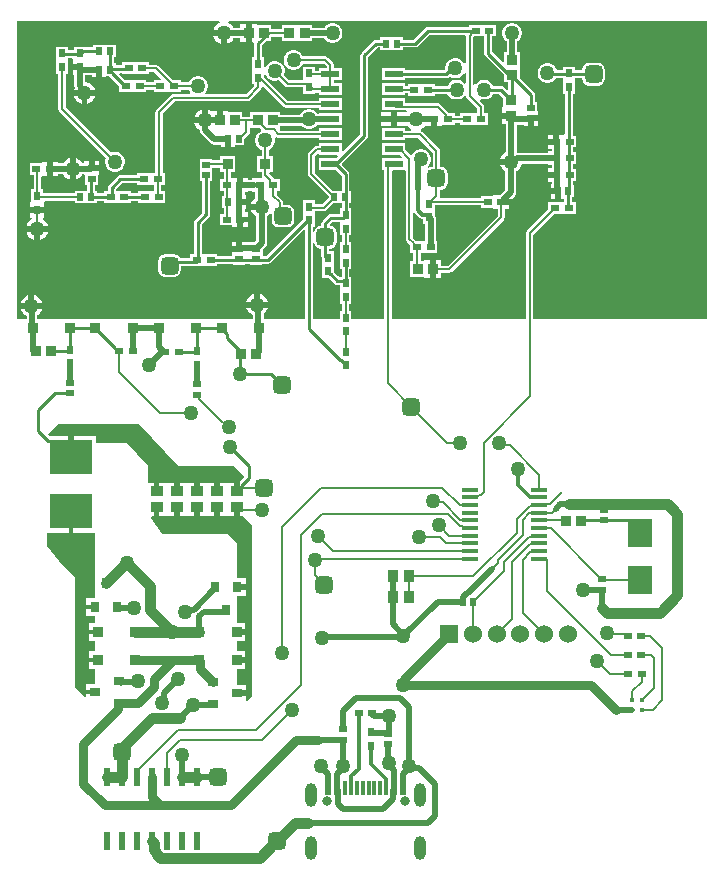
<source format=gtl>
G04*
G04 #@! TF.GenerationSoftware,Altium Limited,Altium Designer,21.8.1 (53)*
G04*
G04 Layer_Physical_Order=1*
G04 Layer_Color=255*
%FSAX44Y44*%
%MOMM*%
G71*
G04*
G04 #@! TF.SameCoordinates,0725768F-C869-4972-A66A-B8F163A3073F*
G04*
G04*
G04 #@! TF.FilePolarity,Positive*
G04*
G01*
G75*
%ADD10C,0.2000*%
%ADD13C,0.2540*%
%ADD19R,0.4500X0.4500*%
%ADD26R,1.4620X0.3548*%
%ADD41R,0.6000X1.2500*%
%ADD42R,0.3000X1.2500*%
G04:AMPARAMS|DCode=43|XSize=1.5mm|YSize=1.5mm|CornerRadius=0.375mm|HoleSize=0mm|Usage=FLASHONLY|Rotation=90.000|XOffset=0mm|YOffset=0mm|HoleType=Round|Shape=RoundedRectangle|*
%AMROUNDEDRECTD43*
21,1,1.5000,0.7500,0,0,90.0*
21,1,0.7500,1.5000,0,0,90.0*
1,1,0.7500,0.3750,0.3750*
1,1,0.7500,0.3750,-0.3750*
1,1,0.7500,-0.3750,-0.3750*
1,1,0.7500,-0.3750,0.3750*
%
%ADD43ROUNDEDRECTD43*%
%ADD44R,0.6000X0.7500*%
%ADD45R,0.7500X0.6000*%
%ADD46R,0.8500X0.9500*%
%ADD47R,0.9000X1.0000*%
%ADD48R,0.6400X0.6000*%
%ADD49R,0.6000X0.6400*%
%ADD50R,2.0000X2.4000*%
%ADD51R,0.9500X0.8500*%
%ADD52R,0.9000X0.9500*%
%ADD53R,1.5500X0.6000*%
G04:AMPARAMS|DCode=54|XSize=1.5mm|YSize=1.5mm|CornerRadius=0.375mm|HoleSize=0mm|Usage=FLASHONLY|Rotation=0.000|XOffset=0mm|YOffset=0mm|HoleType=Round|Shape=RoundedRectangle|*
%AMROUNDEDRECTD54*
21,1,1.5000,0.7500,0,0,0.0*
21,1,0.7500,1.5000,0,0,0.0*
1,1,0.7500,0.3750,-0.3750*
1,1,0.7500,-0.3750,-0.3750*
1,1,0.7500,-0.3750,0.3750*
1,1,0.7500,0.3750,0.3750*
%
%ADD54ROUNDEDRECTD54*%
%ADD55R,0.8000X0.9000*%
%ADD56R,0.9000X0.8000*%
%ADD57R,3.6000X3.0000*%
%ADD58R,1.0000X0.9000*%
%ADD59R,0.6000X1.5500*%
%ADD60C,0.5000*%
%ADD61C,0.9000*%
%ADD62C,0.8000*%
%ADD63C,0.3000*%
%ADD64C,0.8000*%
%ADD65O,1.0000X2.0000*%
%ADD66R,1.5240X1.5240*%
%ADD67C,1.5240*%
%ADD68C,1.2700*%
G36*
X00591931Y00469000D02*
X00445059D01*
Y00540233D01*
X00462826Y00558000D01*
X00480750D01*
Y00568000D01*
X00478034D01*
Y00571800D01*
X00479400D01*
Y00582200D01*
X00478334D01*
Y00586000D01*
X00481500D01*
Y00596000D01*
X00478334D01*
Y00600000D01*
X00481500D01*
Y00610000D01*
X00478334D01*
Y00614000D01*
X00481500D01*
Y00624000D01*
X00478334D01*
Y00659500D01*
X00480000D01*
Y00672666D01*
X00486387D01*
Y00672250D01*
X00486834Y00670006D01*
X00488105Y00668104D01*
X00490006Y00666834D01*
X00492250Y00666387D01*
X00499750D01*
X00501993Y00666834D01*
X00503895Y00668104D01*
X00505166Y00670006D01*
X00505613Y00672250D01*
Y00679750D01*
X00505166Y00681993D01*
X00503895Y00683895D01*
X00501993Y00685166D01*
X00499750Y00685613D01*
X00492250D01*
X00490006Y00685166D01*
X00488105Y00683895D01*
X00486834Y00681993D01*
X00486387Y00679750D01*
Y00679334D01*
X00480000D01*
Y00682500D01*
X00470000D01*
Y00679834D01*
X00464885D01*
X00464781Y00680223D01*
X00463682Y00682127D01*
X00462127Y00683682D01*
X00460223Y00684781D01*
X00458099Y00685350D01*
X00455901D01*
X00453777Y00684781D01*
X00451873Y00683682D01*
X00450318Y00682127D01*
X00449219Y00680223D01*
X00448650Y00678099D01*
Y00675901D01*
X00449219Y00673777D01*
X00450318Y00671873D01*
X00451873Y00670318D01*
X00453777Y00669219D01*
X00455901Y00668650D01*
X00458099D01*
X00460223Y00669219D01*
X00462127Y00670318D01*
X00463682Y00671873D01*
X00464428Y00673166D01*
X00470000D01*
Y00659500D01*
X00471666D01*
Y00625994D01*
X00471000Y00625000D01*
X00466750D01*
Y00619000D01*
X00464250D01*
Y00616500D01*
X00457500D01*
Y00613000D01*
X00460412D01*
Y00611000D01*
X00457500D01*
Y00609588D01*
X00431557D01*
X00431088Y00609859D01*
Y00633412D01*
X00436800D01*
Y00632600D01*
X00440500D01*
Y00638600D01*
X00443000D01*
Y00641100D01*
X00449200D01*
Y00644600D01*
X00448200D01*
Y00652400D01*
X00446334D01*
Y00658500D01*
X00446080Y00659776D01*
X00445358Y00660857D01*
X00433750Y00672465D01*
Y00680980D01*
X00433750Y00681750D01*
X00433750D01*
Y00682250D01*
X00433750D01*
Y00694750D01*
X00431588D01*
Y00704007D01*
X00432127Y00704318D01*
X00433682Y00705873D01*
X00434781Y00707777D01*
X00435350Y00709901D01*
Y00712099D01*
X00434781Y00714223D01*
X00433682Y00716127D01*
X00432127Y00717682D01*
X00430223Y00718781D01*
X00428099Y00719350D01*
X00425901D01*
X00423777Y00718781D01*
X00421873Y00717682D01*
X00420318Y00716127D01*
X00419219Y00714223D01*
X00418650Y00712099D01*
Y00709901D01*
X00419219Y00707777D01*
X00420318Y00705873D01*
X00421873Y00704318D01*
X00422412Y00704007D01*
Y00694750D01*
X00420250D01*
Y00686624D01*
X00419077Y00686138D01*
X00410334Y00694881D01*
Y00708000D01*
X00413500D01*
Y00718000D01*
X00390500D01*
Y00716334D01*
X00356000D01*
X00354724Y00716080D01*
X00353643Y00715358D01*
X00343619Y00705334D01*
X00334400D01*
Y00707200D01*
X00315600D01*
Y00705334D01*
X00312000D01*
X00310724Y00705080D01*
X00309643Y00704358D01*
X00299643Y00694358D01*
X00298920Y00693276D01*
X00298666Y00692000D01*
Y00625531D01*
X00283923Y00610788D01*
X00282750Y00611274D01*
Y00617600D01*
X00263250D01*
Y00615659D01*
X00261600D01*
X00261600Y00615659D01*
X00260429Y00615426D01*
X00259437Y00614763D01*
X00254837Y00610163D01*
X00254174Y00609170D01*
X00253941Y00608000D01*
X00253941Y00608000D01*
Y00591500D01*
X00253941Y00591500D01*
X00254174Y00590329D01*
X00254837Y00589337D01*
X00271600Y00572574D01*
Y00571426D01*
X00266233Y00566059D01*
X00260000D01*
Y00569500D01*
X00250000D01*
Y00558000D01*
Y00553215D01*
X00219119Y00522334D01*
X00217443D01*
X00216200Y00522400D01*
Y00528111D01*
X00218244Y00530156D01*
X00219239Y00531644D01*
X00219588Y00533400D01*
Y00555853D01*
X00220741Y00556518D01*
X00222117Y00557895D01*
X00223387Y00557379D01*
Y00552250D01*
X00223834Y00550006D01*
X00225105Y00548105D01*
X00227006Y00546834D01*
X00229250Y00546387D01*
X00236750D01*
X00238993Y00546834D01*
X00240896Y00548105D01*
X00242166Y00550006D01*
X00242613Y00552250D01*
Y00559750D01*
X00242166Y00561993D01*
X00240896Y00563895D01*
X00238993Y00565166D01*
X00236750Y00565613D01*
X00233309D01*
Y00567494D01*
X00233309Y00567494D01*
X00233076Y00568665D01*
X00232413Y00569657D01*
X00232413Y00569657D01*
X00228059Y00574011D01*
Y00577000D01*
X00230750D01*
Y00587000D01*
X00225259D01*
X00225076Y00587920D01*
X00224413Y00588913D01*
X00224413Y00588913D01*
X00221346Y00591980D01*
X00221752Y00593250D01*
X00224250D01*
Y00606750D01*
X00221059D01*
Y00612130D01*
X00221223Y00612174D01*
X00223127Y00613273D01*
X00224682Y00614827D01*
X00225781Y00616731D01*
X00226350Y00618855D01*
Y00621054D01*
X00225993Y00622385D01*
X00226847Y00623000D01*
X00227122Y00623081D01*
X00228029Y00622474D01*
X00229200Y00622241D01*
X00263250D01*
Y00620300D01*
X00282750D01*
Y00630300D01*
X00263250D01*
Y00628359D01*
X00230691D01*
X00230179Y00629003D01*
X00230734Y00630250D01*
X00230750D01*
Y00632412D01*
X00248780D01*
X00249873Y00631318D01*
X00251777Y00630219D01*
X00253901Y00629650D01*
X00256099D01*
X00258223Y00630219D01*
X00260127Y00631318D01*
X00261682Y00632873D01*
X00261993Y00633412D01*
X00263250D01*
Y00633000D01*
X00282750D01*
Y00643000D01*
X00263250D01*
Y00642588D01*
X00261993D01*
X00261682Y00643127D01*
X00260127Y00644682D01*
X00258223Y00645781D01*
X00256099Y00646350D01*
X00253901D01*
X00251777Y00645781D01*
X00249873Y00644682D01*
X00248318Y00643127D01*
X00247430Y00641588D01*
X00230750D01*
Y00643750D01*
X00218250D01*
X00218250Y00643750D01*
X00217750D01*
Y00643750D01*
X00216980Y00643750D01*
X00205250D01*
Y00640059D01*
X00198750D01*
Y00643750D01*
X00186750D01*
Y00644750D01*
X00182000D01*
Y00637000D01*
X00177000D01*
Y00644750D01*
X00172277D01*
X00170609Y00645713D01*
X00169500Y00646010D01*
Y00637000D01*
X00167000D01*
Y00634500D01*
X00157990D01*
X00158287Y00633391D01*
X00159518Y00631259D01*
X00161259Y00629518D01*
X00162445Y00628833D01*
X00162761Y00627244D01*
X00163756Y00625756D01*
X00171756Y00617756D01*
X00173244Y00616761D01*
X00175000Y00616412D01*
X00180600D01*
Y00614800D01*
X00184100D01*
Y00621000D01*
X00189100D01*
Y00614800D01*
X00192600D01*
Y00615800D01*
X00200400D01*
Y00621574D01*
X00204163Y00625337D01*
X00204163Y00625337D01*
X00204826Y00626329D01*
X00205059Y00627500D01*
X00205059Y00627500D01*
Y00629059D01*
X00205250Y00630250D01*
X00213424D01*
X00214758Y00628916D01*
X00214375Y00627503D01*
X00212873Y00626636D01*
X00211318Y00625081D01*
X00210219Y00623177D01*
X00209650Y00621054D01*
Y00618855D01*
X00210219Y00616731D01*
X00211318Y00614827D01*
X00212873Y00613273D01*
X00214777Y00612174D01*
X00214941Y00612130D01*
Y00606750D01*
X00211250D01*
Y00593250D01*
X00214941D01*
Y00591000D01*
X00214941Y00591000D01*
X00215174Y00589829D01*
X00215548Y00589270D01*
X00214978Y00588000D01*
X00206750D01*
Y00586588D01*
X00203500D01*
Y00588000D01*
X00199250D01*
Y00582000D01*
X00194250D01*
Y00588000D01*
X00190000D01*
X00189059Y00588794D01*
Y00593250D01*
X00192750D01*
Y00606750D01*
X00179750D01*
Y00603059D01*
X00173200D01*
Y00604400D01*
X00162800D01*
Y00594400D01*
Y00585600D01*
X00164666D01*
Y00558766D01*
X00158643Y00552743D01*
X00157920Y00551661D01*
X00157666Y00550385D01*
Y00524000D01*
X00154500D01*
Y00520104D01*
X00146093D01*
X00144895Y00521895D01*
X00142993Y00523166D01*
X00140750Y00523613D01*
X00133250D01*
X00131006Y00523166D01*
X00129104Y00521895D01*
X00127834Y00519994D01*
X00127387Y00517750D01*
Y00510250D01*
X00127834Y00508007D01*
X00129104Y00506105D01*
X00131006Y00504834D01*
X00133250Y00504387D01*
X00140750D01*
X00142993Y00504834D01*
X00144895Y00506105D01*
X00146166Y00508007D01*
X00146613Y00510250D01*
Y00513436D01*
X00159270D01*
X00160546Y00513690D01*
X00161010Y00514000D01*
X00177500D01*
Y00515666D01*
X00190800D01*
Y00514600D01*
X00201200D01*
Y00515666D01*
X00204800D01*
Y00514600D01*
X00215200D01*
Y00515666D01*
X00220500D01*
X00221776Y00515920D01*
X00222857Y00516642D01*
X00250493Y00544278D01*
X00251666Y00543792D01*
Y00469000D01*
X00216588D01*
Y00473430D01*
X00216741Y00473518D01*
X00218482Y00475259D01*
X00219713Y00477391D01*
X00220010Y00478500D01*
X00201990D01*
X00202287Y00477391D01*
X00203518Y00475259D01*
X00205259Y00473518D01*
X00207391Y00472287D01*
X00207412Y00472282D01*
Y00469000D01*
X00025088D01*
Y00472141D01*
X00025741Y00472518D01*
X00027482Y00474259D01*
X00028713Y00476391D01*
X00029010Y00477500D01*
X00010990D01*
X00011287Y00476391D01*
X00012518Y00474259D01*
X00014259Y00472518D01*
X00015912Y00471564D01*
Y00469000D01*
X00008069D01*
Y00720931D01*
X00178712D01*
X00179334Y00719778D01*
X00179301Y00719661D01*
X00177259Y00718482D01*
X00175518Y00716741D01*
X00174287Y00714609D01*
X00173990Y00713500D01*
X00183000D01*
Y00711000D01*
X00185500D01*
Y00701990D01*
X00186609Y00702287D01*
X00188741Y00703518D01*
X00190482Y00705259D01*
X00191147Y00706412D01*
X00196750D01*
Y00703250D01*
X00201500D01*
Y00711000D01*
Y00718750D01*
X00196750D01*
Y00715588D01*
X00191147D01*
X00190482Y00716741D01*
X00188741Y00718482D01*
X00186699Y00719661D01*
X00186666Y00719778D01*
X00187288Y00720931D01*
X00591931D01*
Y00469000D01*
D02*
G37*
G36*
X00387950Y00708396D02*
X00387941Y00708350D01*
X00387941Y00708350D01*
Y00685405D01*
X00387688Y00685191D01*
X00386057Y00685477D01*
X00385682Y00686127D01*
X00384127Y00687682D01*
X00382223Y00688781D01*
X00380099Y00689350D01*
X00377901D01*
X00375777Y00688781D01*
X00373873Y00687682D01*
X00372318Y00686127D01*
X00371219Y00684223D01*
X00370650Y00682099D01*
Y00680114D01*
X00369970Y00679434D01*
X00336750D01*
Y00681100D01*
X00317250D01*
Y00671100D01*
X00336750D01*
Y00672766D01*
X00371351D01*
X00372627Y00673020D01*
X00373708Y00673743D01*
X00374134Y00674168D01*
X00375777Y00673219D01*
X00377901Y00672650D01*
X00380099D01*
X00382223Y00673219D01*
X00384127Y00674318D01*
X00385682Y00675873D01*
X00386057Y00676523D01*
X00387688Y00676808D01*
X00387941Y00676595D01*
Y00668485D01*
X00386720Y00668138D01*
X00386671Y00668137D01*
X00385127Y00669682D01*
X00383223Y00670781D01*
X00381099Y00671350D01*
X00378901D01*
X00376777Y00670781D01*
X00374873Y00669682D01*
X00373318Y00668127D01*
X00372283Y00666334D01*
X00361500D01*
Y00668000D01*
X00338500D01*
Y00666059D01*
X00336750D01*
Y00668400D01*
X00317250D01*
Y00658400D01*
X00336750D01*
Y00659941D01*
X00338500D01*
Y00658000D01*
X00361500D01*
Y00659666D01*
X00372283D01*
X00373318Y00657873D01*
X00374873Y00656318D01*
X00376777Y00655219D01*
X00378901Y00654650D01*
X00381099D01*
X00383223Y00655219D01*
X00385127Y00656318D01*
X00386682Y00657873D01*
X00386706Y00657915D01*
X00386907Y00657929D01*
X00388013Y00657639D01*
X00388174Y00656829D01*
X00388837Y00655837D01*
X00397441Y00647233D01*
Y00643000D01*
X00383250D01*
Y00641059D01*
X00378500D01*
Y00643000D01*
X00373826D01*
X00372651Y00644174D01*
X00372163Y00644905D01*
X00372163Y00644906D01*
X00366205Y00650863D01*
X00365213Y00651526D01*
X00364043Y00651759D01*
X00364043Y00651759D01*
X00336750D01*
Y00655700D01*
X00317250D01*
Y00645700D01*
X00328704D01*
X00329000Y00645641D01*
X00337377D01*
X00338072Y00644445D01*
X00337750Y00644000D01*
X00337750Y00644000D01*
X00337750Y00644000D01*
X00329500D01*
Y00638000D01*
Y00632000D01*
X00337750D01*
X00337750Y00632000D01*
X00338949Y00631828D01*
X00340259Y00630518D01*
X00341799Y00629629D01*
X00341459Y00628359D01*
X00336750D01*
Y00630300D01*
X00317250D01*
Y00620300D01*
X00336750D01*
Y00622241D01*
X00347433D01*
X00359941Y00609733D01*
Y00597613D01*
X00359250D01*
X00357006Y00597166D01*
X00356297Y00596692D01*
X00355488Y00597679D01*
X00356682Y00598873D01*
X00357781Y00600777D01*
X00358350Y00602901D01*
Y00605099D01*
X00357781Y00607223D01*
X00356682Y00609127D01*
X00355127Y00610682D01*
X00353223Y00611781D01*
X00351099Y00612350D01*
X00348901D01*
X00346777Y00611781D01*
X00344873Y00610682D01*
X00343318Y00609127D01*
X00342596Y00607876D01*
X00341084Y00607592D01*
X00336750Y00611926D01*
Y00617600D01*
X00317250D01*
Y00607600D01*
X00332424D01*
X00333951Y00606073D01*
X00333465Y00604900D01*
X00317250D01*
Y00594900D01*
X00318941D01*
X00318941Y00594900D01*
X00318941Y00594900D01*
Y00469000D01*
X00291000D01*
Y00475750D01*
X00289059D01*
Y00481750D01*
X00291000D01*
Y00493250D01*
Y00504750D01*
X00289334D01*
Y00510750D01*
X00291000D01*
Y00522250D01*
Y00533750D01*
X00289059D01*
Y00539500D01*
X00291000D01*
Y00551000D01*
Y00562500D01*
X00289334D01*
Y00566800D01*
X00290400D01*
Y00577200D01*
X00289334D01*
Y00591650D01*
X00289080Y00592926D01*
X00288358Y00594007D01*
X00283245Y00599120D01*
Y00600680D01*
X00304358Y00621792D01*
X00305080Y00622874D01*
X00305334Y00624150D01*
Y00690619D01*
X00313381Y00698666D01*
X00315600D01*
Y00696800D01*
X00334400D01*
Y00698666D01*
X00345000D01*
X00346276Y00698920D01*
X00347357Y00699642D01*
X00357381Y00709666D01*
X00386908D01*
X00387950Y00708396D01*
D02*
G37*
G36*
X00403666Y00693500D02*
X00403920Y00692224D01*
X00404642Y00691143D01*
X00420250Y00675535D01*
Y00669250D01*
X00423666D01*
Y00663208D01*
X00422493Y00662722D01*
X00419857Y00665358D01*
X00418776Y00666080D01*
X00417500Y00666334D01*
X00410717D01*
X00409682Y00668127D01*
X00408127Y00669682D01*
X00406223Y00670781D01*
X00404099Y00671350D01*
X00401901D01*
X00399777Y00670781D01*
X00397873Y00669682D01*
X00396318Y00668127D01*
X00395943Y00667477D01*
X00394312Y00667191D01*
X00394059Y00667405D01*
Y00707083D01*
X00394976Y00708000D01*
X00403666D01*
Y00693500D01*
D02*
G37*
G36*
X00419750Y00656035D02*
Y00648250D01*
X00418750D01*
Y00643500D01*
X00426500D01*
Y00638500D01*
X00418750D01*
Y00633750D01*
X00421912D01*
Y00610436D01*
X00420259Y00609482D01*
X00418518Y00607741D01*
X00417287Y00605609D01*
X00416990Y00604500D01*
X00426000D01*
Y00599500D01*
X00416990D01*
X00417287Y00598391D01*
X00418518Y00596259D01*
X00420259Y00594518D01*
X00421412Y00593853D01*
Y00578150D01*
X00417261Y00574000D01*
X00411000D01*
Y00573000D01*
X00400500D01*
Y00571059D01*
X00366671D01*
X00366343Y00571455D01*
X00365876Y00572329D01*
X00366059Y00573250D01*
X00366059Y00573250D01*
Y00578387D01*
X00366750D01*
X00368993Y00578834D01*
X00370896Y00580104D01*
X00372166Y00582006D01*
X00372613Y00584250D01*
Y00591750D01*
X00372166Y00593993D01*
X00370896Y00595896D01*
X00368993Y00597166D01*
X00366750Y00597613D01*
X00366059D01*
Y00611000D01*
X00365826Y00612170D01*
X00365163Y00613163D01*
X00365163Y00613163D01*
X00350863Y00627463D01*
X00349952Y00628072D01*
X00349837Y00628478D01*
X00349848Y00629425D01*
X00351741Y00630518D01*
X00353230Y00632007D01*
X00354500Y00632000D01*
X00354500Y00632000D01*
X00354500Y00632000D01*
X00358750D01*
Y00638000D01*
X00363750D01*
Y00632000D01*
X00368000D01*
Y00633000D01*
X00378500D01*
Y00634941D01*
X00383250D01*
Y00633000D01*
X00406250D01*
Y00643000D01*
X00403559D01*
Y00648500D01*
X00403326Y00649670D01*
X00402663Y00650663D01*
X00402663Y00650663D01*
X00399636Y00653689D01*
X00399676Y00653931D01*
X00401115Y00654860D01*
X00401901Y00654650D01*
X00404099D01*
X00406223Y00655219D01*
X00408127Y00656318D01*
X00409682Y00657873D01*
X00410717Y00659666D01*
X00416119D01*
X00419750Y00656035D01*
D02*
G37*
G36*
X00263250Y00608128D02*
Y00607600D01*
X00279076D01*
X00279562Y00606427D01*
X00278035Y00604900D01*
X00263250D01*
Y00594900D01*
X00278035D01*
X00282666Y00590269D01*
Y00577200D01*
X00275626D01*
X00260059Y00592767D01*
Y00606733D01*
X00261980Y00608654D01*
X00263250Y00608128D01*
D02*
G37*
G36*
X00282666Y00562500D02*
X00281000D01*
Y00557604D01*
X00273488D01*
X00272212Y00557350D01*
X00271130Y00556628D01*
X00266642Y00552140D01*
X00265920Y00551058D01*
X00265666Y00549782D01*
Y00547613D01*
X00265250D01*
X00263006Y00547166D01*
X00261105Y00545896D01*
X00259834Y00543993D01*
X00259604Y00542839D01*
X00258334Y00542964D01*
Y00546500D01*
X00260000D01*
Y00559941D01*
X00267500D01*
X00267500Y00559941D01*
X00268671Y00560174D01*
X00269663Y00560837D01*
X00275626Y00566800D01*
X00282666D01*
Y00562500D01*
D02*
G37*
G36*
X00344477Y00558477D02*
X00348227Y00554727D01*
X00349384Y00553953D01*
X00350750Y00553681D01*
X00352000D01*
Y00549250D01*
X00353412D01*
Y00535000D01*
X00345826D01*
X00343059Y00537767D01*
Y00558313D01*
X00344329Y00558698D01*
X00344477Y00558477D01*
D02*
G37*
G36*
X00179750Y00593250D02*
X00182941D01*
Y00587000D01*
X00179500D01*
Y00577000D01*
X00182941D01*
Y00573200D01*
X00181600D01*
Y00562800D01*
X00182941D01*
Y00558000D01*
X00179500D01*
Y00548000D01*
X00190000D01*
Y00547000D01*
X00194250D01*
Y00553000D01*
X00196750D01*
Y00555500D01*
X00203500D01*
Y00559000D01*
X00200588D01*
Y00561800D01*
X00201400D01*
Y00565500D01*
X00195400D01*
Y00570500D01*
X00201400D01*
Y00574200D01*
X00200588D01*
Y00576000D01*
X00203500D01*
Y00577412D01*
X00206750D01*
Y00576000D01*
X00209746D01*
Y00571763D01*
X00209259Y00571482D01*
X00207518Y00569741D01*
X00206287Y00567609D01*
X00205990Y00566500D01*
X00215000D01*
Y00561500D01*
X00205990D01*
X00206287Y00560391D01*
X00207518Y00558259D01*
X00209259Y00556518D01*
X00210412Y00555853D01*
Y00535300D01*
X00209511Y00534400D01*
X00203800D01*
Y00533588D01*
X00202200D01*
Y00534400D01*
X00198500D01*
Y00528400D01*
X00196000D01*
Y00525900D01*
X00189800D01*
Y00522400D01*
X00188557Y00522334D01*
X00177500D01*
Y00524000D01*
X00164334D01*
Y00549004D01*
X00170357Y00555027D01*
X00171080Y00556109D01*
X00171334Y00557385D01*
Y00585600D01*
X00173200D01*
Y00596941D01*
X00179750D01*
Y00593250D01*
D02*
G37*
G36*
X00457500Y00599000D02*
X00460412D01*
Y00597000D01*
X00457500D01*
Y00593500D01*
X00464250D01*
Y00588500D01*
X00457500D01*
Y00585000D01*
X00460412D01*
Y00583200D01*
X00459600D01*
Y00579500D01*
X00465600D01*
Y00577000D01*
X00468100D01*
Y00570800D01*
X00471366D01*
Y00568000D01*
X00457750D01*
Y00561576D01*
X00439837Y00543663D01*
X00439174Y00542671D01*
X00438941Y00541500D01*
X00438941Y00541500D01*
Y00469000D01*
X00325059D01*
Y00593687D01*
X00326043Y00594900D01*
X00336750D01*
X00336941Y00593709D01*
Y00536500D01*
X00336941Y00536500D01*
X00337174Y00535329D01*
X00337837Y00534337D01*
X00340750Y00531424D01*
Y00525000D01*
X00343441D01*
Y00517750D01*
X00340750D01*
Y00504250D01*
X00352750D01*
Y00503250D01*
X00357500D01*
Y00511000D01*
Y00518750D01*
X00352750D01*
Y00517750D01*
X00349559D01*
Y00525000D01*
X00363750D01*
Y00535000D01*
X00362588D01*
Y00553250D01*
X00362239Y00555006D01*
X00362000Y00555363D01*
Y00560750D01*
Y00564941D01*
X00400500D01*
Y00563000D01*
X00411000D01*
Y00562000D01*
X00414691D01*
Y00556017D01*
X00372733Y00514059D01*
X00367250D01*
Y00518750D01*
X00362500D01*
Y00511000D01*
Y00503250D01*
X00367250D01*
Y00507941D01*
X00374000D01*
X00374000Y00507941D01*
X00375171Y00508174D01*
X00376163Y00508837D01*
X00419913Y00552587D01*
X00420576Y00553579D01*
X00420809Y00554750D01*
X00420809Y00554750D01*
Y00562000D01*
X00424500D01*
Y00565500D01*
X00417750D01*
Y00570500D01*
X00426739D01*
X00429244Y00573006D01*
X00430239Y00574494D01*
X00430588Y00576250D01*
Y00593853D01*
X00431741Y00594518D01*
X00433482Y00596259D01*
X00434713Y00598391D01*
X00435254Y00600412D01*
X00457500D01*
Y00599000D01*
D02*
G37*
G36*
X00281000Y00539500D02*
X00282941D01*
Y00533750D01*
X00281000D01*
Y00522250D01*
Y00510750D01*
X00282666D01*
Y00504750D01*
X00281000D01*
X00281000Y00504750D01*
Y00504750D01*
X00281000Y00504750D01*
X00279872Y00505093D01*
X00276000Y00508965D01*
Y00515000D01*
Y00526500D01*
X00272334D01*
Y00528387D01*
X00272750D01*
X00274993Y00528834D01*
X00276896Y00530104D01*
X00278166Y00532006D01*
X00278613Y00534250D01*
Y00541750D01*
X00278166Y00543993D01*
X00276896Y00545896D01*
X00274993Y00547166D01*
X00273244Y00547514D01*
X00272790Y00548680D01*
X00272796Y00548863D01*
X00274869Y00550936D01*
X00281000D01*
Y00539500D01*
D02*
G37*
G36*
X00259834Y00532006D02*
X00261105Y00530104D01*
X00263006Y00528834D01*
X00265250Y00528387D01*
X00265666D01*
Y00521730D01*
X00265920Y00520454D01*
X00266000Y00520334D01*
Y00515000D01*
Y00503500D01*
X00272035D01*
X00276833Y00498702D01*
X00277914Y00497980D01*
X00279190Y00497726D01*
X00281000D01*
Y00493250D01*
Y00481750D01*
X00282941D01*
Y00475750D01*
X00281000D01*
Y00469000D01*
X00258334D01*
Y00533036D01*
X00259604Y00533161D01*
X00259834Y00532006D01*
D02*
G37*
G36*
X00144000Y00344500D02*
X00191500D01*
X00200642Y00335358D01*
X00196500Y00331215D01*
Y00322750D01*
X00191500D01*
Y00330250D01*
X00186000D01*
Y00330250D01*
X00185000D01*
Y00330250D01*
X00179500D01*
Y00322750D01*
X00174500D01*
Y00330250D01*
X00169000D01*
Y00330250D01*
X00168000D01*
Y00330250D01*
X00162500D01*
Y00322750D01*
X00157500D01*
Y00330250D01*
X00152000D01*
Y00330250D01*
X00151000D01*
Y00330250D01*
X00145500D01*
Y00322750D01*
X00140500D01*
Y00330250D01*
X00135000D01*
Y00330250D01*
X00134000D01*
Y00330250D01*
X00128500D01*
Y00322750D01*
X00123500D01*
Y00330250D01*
X00119000D01*
Y00344000D01*
X00101000Y00364000D01*
X00074500D01*
Y00370000D01*
X00056000D01*
Y00352000D01*
X00051000D01*
Y00370000D01*
X00034659D01*
X00034173Y00371173D01*
X00043000Y00380000D01*
X00111317D01*
X00144000Y00344500D01*
D02*
G37*
G36*
X00179500Y00301750D02*
X00185000D01*
Y00301750D01*
X00186000D01*
Y00301750D01*
X00191500D01*
Y00309250D01*
X00196500D01*
Y00301750D01*
X00199250D01*
X00207000Y00294000D01*
X00207000Y00150000D01*
X00202770Y00145770D01*
X00201500Y00146296D01*
Y00149500D01*
X00194000D01*
Y00154500D01*
X00201500D01*
Y00159000D01*
X00194000D01*
Y00172250D01*
X00201250D01*
Y00177500D01*
X00193750D01*
Y00182500D01*
X00201250D01*
Y00187750D01*
X00194000D01*
Y00196250D01*
X00201250D01*
Y00201500D01*
X00193750D01*
Y00206500D01*
X00201250D01*
Y00211750D01*
X00194000D01*
Y00234500D01*
X00201500D01*
Y00239500D01*
X00194500D01*
Y00244500D01*
X00201500D01*
Y00249500D01*
X00194000D01*
Y00279000D01*
X00186000Y00287000D01*
X00130800Y00287000D01*
X00121264Y00300623D01*
X00121850Y00301750D01*
X00123500D01*
Y00309250D01*
X00128500D01*
Y00301750D01*
X00134000D01*
Y00301750D01*
X00135000D01*
Y00301750D01*
X00140500D01*
Y00309250D01*
X00145500D01*
Y00301750D01*
X00151000D01*
Y00301750D01*
X00152000D01*
Y00301750D01*
X00157500D01*
Y00309250D01*
X00162500D01*
Y00301750D01*
X00168000D01*
Y00301750D01*
X00169000D01*
Y00301750D01*
X00174500D01*
Y00309250D01*
X00179500D01*
Y00301750D01*
D02*
G37*
G36*
X00055000Y00288000D02*
X00074000D01*
Y00232500D01*
X00066500D01*
Y00226500D01*
X00073500D01*
Y00223500D01*
X00066500D01*
Y00217500D01*
X00074000D01*
Y00211750D01*
X00068750D01*
Y00205500D01*
X00076250D01*
Y00202500D01*
X00068750D01*
Y00196250D01*
X00074000D01*
Y00187750D01*
X00068750D01*
Y00181500D01*
X00076250D01*
Y00178500D01*
X00068750D01*
Y00172250D01*
X00074000D01*
Y00160000D01*
X00066500D01*
Y00154500D01*
X00074000D01*
Y00151500D01*
X00066500D01*
Y00149230D01*
X00065327Y00148744D01*
X00057035Y00157035D01*
Y00250115D01*
X00043575Y00263575D01*
X00033000Y00276547D01*
Y00288000D01*
X00052000D01*
Y00306000D01*
X00055000D01*
Y00288000D01*
D02*
G37*
%LPC*%
G36*
X00276099Y00719350D02*
X00273901D01*
X00271777Y00718781D01*
X00269873Y00717682D01*
X00268318Y00716127D01*
X00268007Y00715588D01*
X00257750D01*
Y00717750D01*
X00246020D01*
X00245250Y00717750D01*
X00243980Y00717750D01*
X00232250D01*
Y00714059D01*
X00223250D01*
Y00717750D01*
X00211250D01*
Y00718750D01*
X00206500D01*
Y00711000D01*
Y00703250D01*
X00208050D01*
X00208666Y00702500D01*
Y00690500D01*
X00207000D01*
Y00679000D01*
Y00667500D01*
X00208852D01*
X00208904Y00666230D01*
X00202043Y00659368D01*
X00167836D01*
X00167350Y00660542D01*
X00167682Y00660873D01*
X00168781Y00662777D01*
X00169350Y00664901D01*
Y00667099D01*
X00168781Y00669223D01*
X00167682Y00671127D01*
X00166127Y00672682D01*
X00164223Y00673781D01*
X00162099Y00674350D01*
X00159901D01*
X00157777Y00673781D01*
X00155873Y00672682D01*
X00154318Y00671127D01*
X00153219Y00669223D01*
X00153175Y00669059D01*
X00146500D01*
Y00671000D01*
X00139568D01*
X00127406Y00683163D01*
X00126413Y00683826D01*
X00125243Y00684059D01*
X00125243Y00684059D01*
X00119750D01*
Y00686000D01*
X00096750D01*
Y00683834D01*
X00091400D01*
Y00685200D01*
X00090334D01*
Y00690800D01*
X00091400D01*
Y00701200D01*
X00072600D01*
Y00699334D01*
X00066000D01*
Y00699500D01*
X00056000D01*
Y00696334D01*
X00051000D01*
Y00699500D01*
X00041000D01*
Y00688000D01*
Y00676500D01*
X00042941D01*
Y00647000D01*
X00042941Y00647000D01*
X00043174Y00645829D01*
X00043837Y00644837D01*
X00083304Y00605370D01*
X00083219Y00605223D01*
X00082650Y00603099D01*
Y00600901D01*
X00083219Y00598777D01*
X00084318Y00596873D01*
X00085873Y00595318D01*
X00087777Y00594219D01*
X00089901Y00593650D01*
X00092099D01*
X00094223Y00594219D01*
X00096127Y00595318D01*
X00097682Y00596873D01*
X00098781Y00598777D01*
X00099350Y00600901D01*
Y00603099D01*
X00098781Y00605223D01*
X00097682Y00607127D01*
X00096127Y00608682D01*
X00094223Y00609781D01*
X00092099Y00610350D01*
X00089901D01*
X00087777Y00609781D01*
X00087630Y00609696D01*
X00049059Y00648267D01*
Y00676500D01*
X00051000D01*
Y00689666D01*
X00054006D01*
X00055000Y00689000D01*
Y00684750D01*
X00061000D01*
Y00679750D01*
X00055000D01*
Y00675500D01*
X00056412D01*
Y00666084D01*
X00056746Y00664404D01*
X00056287Y00663609D01*
X00055990Y00662500D01*
X00074010D01*
X00073713Y00663609D01*
X00072482Y00665741D01*
X00070741Y00667482D01*
X00068609Y00668713D01*
X00066231Y00669350D01*
X00065588D01*
Y00675412D01*
X00071600D01*
Y00673800D01*
X00075100D01*
Y00680000D01*
X00080100D01*
Y00673800D01*
X00083600D01*
Y00674800D01*
X00085985D01*
X00094500Y00666285D01*
Y00661000D01*
X00117500D01*
Y00662941D01*
X00123500D01*
Y00661000D01*
X00146500D01*
Y00662941D01*
X00153175D01*
X00153219Y00662777D01*
X00154318Y00660873D01*
X00154650Y00660542D01*
X00154164Y00659368D01*
X00140309D01*
X00139139Y00659136D01*
X00138147Y00658472D01*
X00138147Y00658472D01*
X00125837Y00646163D01*
X00125174Y00645171D01*
X00124941Y00644000D01*
X00124941Y00644000D01*
Y00592000D01*
X00109750D01*
Y00590334D01*
X00095000D01*
X00093724Y00590080D01*
X00092642Y00589357D01*
X00085642Y00582357D01*
X00084920Y00581276D01*
X00084666Y00580000D01*
Y00577000D01*
X00081500D01*
Y00575334D01*
X00075400D01*
Y00577200D01*
X00074034D01*
Y00582600D01*
X00076200D01*
Y00590400D01*
X00077200D01*
Y00593900D01*
X00071000D01*
Y00596400D01*
X00068500D01*
Y00602400D01*
X00064800D01*
Y00600788D01*
X00063032D01*
X00062482Y00601741D01*
X00060741Y00603482D01*
X00058609Y00604713D01*
X00057500Y00605010D01*
Y00596000D01*
Y00586990D01*
X00058609Y00587287D01*
X00060741Y00588518D01*
X00062482Y00590259D01*
X00063263Y00591612D01*
X00064800D01*
Y00590400D01*
X00065800D01*
Y00582600D01*
X00067366D01*
Y00577200D01*
X00056600D01*
Y00575059D01*
X00030000D01*
Y00578500D01*
X00028059D01*
Y00589206D01*
X00029000Y00590000D01*
X00033250D01*
Y00596000D01*
Y00602000D01*
X00029000D01*
Y00601000D01*
X00018500D01*
Y00591000D01*
X00021941D01*
Y00578500D01*
X00020000D01*
Y00568000D01*
X00019000D01*
Y00563750D01*
X00031000D01*
Y00568000D01*
X00031794Y00568941D01*
X00056600D01*
Y00566800D01*
X00075400D01*
Y00568666D01*
X00081500D01*
Y00567000D01*
X00104500D01*
Y00568666D01*
X00110500D01*
Y00567000D01*
X00133500D01*
Y00577000D01*
X00130059D01*
Y00582000D01*
X00132750D01*
Y00592000D01*
X00131059D01*
Y00642733D01*
X00141576Y00653251D01*
X00203309D01*
X00203310Y00653251D01*
X00204480Y00653484D01*
X00205472Y00654147D01*
X00214163Y00662837D01*
X00214163Y00662837D01*
X00214826Y00663829D01*
X00215059Y00665000D01*
Y00665456D01*
X00216232Y00665942D01*
X00233637Y00648537D01*
X00233637Y00648537D01*
X00234629Y00647874D01*
X00235800Y00647641D01*
X00235800Y00647641D01*
X00263250D01*
Y00645700D01*
X00282750D01*
Y00655700D01*
X00263250D01*
Y00653759D01*
X00237067D01*
X00217000Y00673826D01*
Y00675104D01*
X00218153Y00675722D01*
X00218270Y00675689D01*
X00219318Y00673873D01*
X00220873Y00672318D01*
X00222777Y00671219D01*
X00224901Y00670650D01*
X00227099D01*
X00229223Y00671219D01*
X00229370Y00671304D01*
X00234837Y00665837D01*
X00235830Y00665174D01*
X00237000Y00664941D01*
X00237000Y00664941D01*
X00250000D01*
Y00659500D01*
X00260000D01*
Y00660341D01*
X00263250D01*
Y00658400D01*
X00282750D01*
Y00668400D01*
X00276059D01*
Y00671100D01*
X00282750D01*
Y00681100D01*
X00276059D01*
Y00684000D01*
X00276059Y00684000D01*
X00275826Y00685171D01*
X00275163Y00686163D01*
X00275163Y00686163D01*
X00271163Y00690163D01*
X00270170Y00690826D01*
X00269000Y00691059D01*
X00269000Y00691059D01*
X00249825D01*
X00249781Y00691223D01*
X00248682Y00693127D01*
X00247127Y00694682D01*
X00245223Y00695781D01*
X00243099Y00696350D01*
X00240901D01*
X00238777Y00695781D01*
X00236873Y00694682D01*
X00235318Y00693127D01*
X00234219Y00691223D01*
X00233650Y00689099D01*
Y00686901D01*
X00234219Y00684777D01*
X00235318Y00682873D01*
X00236873Y00681318D01*
X00238777Y00680219D01*
X00240901Y00679650D01*
X00243099D01*
X00245223Y00680219D01*
X00247127Y00681318D01*
X00248682Y00682873D01*
X00249781Y00684777D01*
X00249825Y00684941D01*
X00267733D01*
X00269941Y00682733D01*
Y00681100D01*
X00263250D01*
Y00679059D01*
X00260000D01*
Y00682500D01*
X00250000D01*
Y00671059D01*
X00238267D01*
X00233696Y00675630D01*
X00233781Y00675777D01*
X00234350Y00677901D01*
Y00680099D01*
X00233781Y00682223D01*
X00232682Y00684127D01*
X00231127Y00685682D01*
X00229223Y00686781D01*
X00227099Y00687350D01*
X00224901D01*
X00222777Y00686781D01*
X00220873Y00685682D01*
X00219318Y00684127D01*
X00218270Y00682311D01*
X00218153Y00682278D01*
X00217000Y00682896D01*
Y00690500D01*
X00215334D01*
Y00701119D01*
X00218465Y00704250D01*
X00223250D01*
Y00707941D01*
X00232250D01*
Y00704250D01*
X00243980D01*
X00244750Y00704250D01*
X00246020Y00704250D01*
X00257750D01*
Y00706412D01*
X00268007D01*
X00268318Y00705873D01*
X00269873Y00704318D01*
X00271777Y00703219D01*
X00273901Y00702650D01*
X00276099D01*
X00278223Y00703219D01*
X00280127Y00704318D01*
X00281682Y00705873D01*
X00282781Y00707777D01*
X00283350Y00709901D01*
Y00712099D01*
X00282781Y00714223D01*
X00281682Y00716127D01*
X00280127Y00717682D01*
X00278223Y00718781D01*
X00276099Y00719350D01*
D02*
G37*
G36*
X00180500Y00708500D02*
X00173990D01*
X00174287Y00707391D01*
X00175518Y00705259D01*
X00177259Y00703518D01*
X00179391Y00702287D01*
X00180500Y00701990D01*
Y00708500D01*
D02*
G37*
G36*
X00074010Y00657500D02*
X00067500D01*
Y00650990D01*
X00068609Y00651287D01*
X00070741Y00652518D01*
X00072482Y00654259D01*
X00073713Y00656391D01*
X00074010Y00657500D01*
D02*
G37*
G36*
X00062500D02*
X00055990D01*
X00056287Y00656391D01*
X00057518Y00654259D01*
X00059259Y00652518D01*
X00061391Y00651287D01*
X00062500Y00650990D01*
Y00657500D01*
D02*
G37*
G36*
X00164500Y00646010D02*
X00163391Y00645713D01*
X00161259Y00644482D01*
X00159518Y00642741D01*
X00158287Y00640609D01*
X00157990Y00639500D01*
X00164500D01*
Y00646010D01*
D02*
G37*
G36*
X00449200Y00636100D02*
X00445500D01*
Y00632600D01*
X00449200D01*
Y00636100D01*
D02*
G37*
G36*
X00461750Y00625000D02*
X00457500D01*
Y00621500D01*
X00461750D01*
Y00625000D01*
D02*
G37*
G36*
X00052500Y00605010D02*
X00051391Y00604713D01*
X00049259Y00603482D01*
X00047518Y00601741D01*
X00046852Y00600588D01*
X00042500D01*
Y00602000D01*
X00038250D01*
Y00596000D01*
Y00590000D01*
X00042500D01*
Y00591412D01*
X00046852D01*
X00047518Y00590259D01*
X00049259Y00588518D01*
X00051391Y00587287D01*
X00052500Y00586990D01*
Y00596000D01*
Y00605010D01*
D02*
G37*
G36*
X00077200Y00602400D02*
X00073500D01*
Y00598900D01*
X00077200D01*
Y00602400D01*
D02*
G37*
G36*
X00031000Y00558750D02*
X00019000D01*
Y00554500D01*
X00020214D01*
X00020555Y00553230D01*
X00019259Y00552482D01*
X00017518Y00550741D01*
X00016287Y00548609D01*
X00015990Y00547500D01*
X00034010D01*
X00033713Y00548609D01*
X00032482Y00550741D01*
X00030741Y00552482D01*
X00029445Y00553230D01*
X00029786Y00554500D01*
X00031000D01*
Y00558750D01*
D02*
G37*
G36*
X00034010Y00542500D02*
X00027500D01*
Y00535990D01*
X00028609Y00536287D01*
X00030741Y00537518D01*
X00032482Y00539259D01*
X00033713Y00541391D01*
X00034010Y00542500D01*
D02*
G37*
G36*
X00022500D02*
X00015990D01*
X00016287Y00541391D01*
X00017518Y00539259D01*
X00019259Y00537518D01*
X00021391Y00536287D01*
X00022500Y00535990D01*
Y00542500D01*
D02*
G37*
G36*
X00213500Y00490010D02*
Y00483500D01*
X00220010D01*
X00219713Y00484609D01*
X00218482Y00486741D01*
X00216741Y00488482D01*
X00214609Y00489713D01*
X00213500Y00490010D01*
D02*
G37*
G36*
X00208500D02*
X00207391Y00489713D01*
X00205259Y00488482D01*
X00203518Y00486741D01*
X00202287Y00484609D01*
X00201990Y00483500D01*
X00208500D01*
Y00490010D01*
D02*
G37*
G36*
X00022500Y00489010D02*
Y00482500D01*
X00029010D01*
X00028713Y00483609D01*
X00027482Y00485741D01*
X00025741Y00487482D01*
X00023609Y00488713D01*
X00022500Y00489010D01*
D02*
G37*
G36*
X00017500D02*
X00016391Y00488713D01*
X00014259Y00487482D01*
X00012518Y00485741D01*
X00011287Y00483609D01*
X00010990Y00482500D01*
X00017500D01*
Y00489010D01*
D02*
G37*
%LPD*%
G36*
X00129743Y00672173D02*
X00129257Y00671000D01*
X00123500D01*
Y00669059D01*
X00117500D01*
Y00671000D01*
X00099215D01*
X00094222Y00675993D01*
X00094708Y00677166D01*
X00096750D01*
Y00676000D01*
X00119750D01*
Y00677941D01*
X00123976D01*
X00129743Y00672173D01*
D02*
G37*
G36*
X00109750Y00582000D02*
X00123941D01*
Y00577000D01*
X00110500D01*
Y00575334D01*
X00104500D01*
Y00577000D01*
X00091334D01*
Y00578619D01*
X00096381Y00583666D01*
X00109750D01*
Y00582000D01*
D02*
G37*
%LPC*%
G36*
X00324500Y00644000D02*
X00316250D01*
Y00640500D01*
X00324500D01*
Y00644000D01*
D02*
G37*
G36*
Y00635500D02*
X00316250D01*
Y00632000D01*
X00324500D01*
Y00635500D01*
D02*
G37*
G36*
X00203500Y00550500D02*
X00199250D01*
Y00547000D01*
X00203500D01*
Y00550500D01*
D02*
G37*
G36*
X00193500Y00534400D02*
X00189800D01*
Y00530900D01*
X00193500D01*
Y00534400D01*
D02*
G37*
G36*
X00463100Y00574500D02*
X00459600D01*
Y00570800D01*
X00463100D01*
Y00574500D01*
D02*
G37*
%LPD*%
D10*
X00510000Y00168000D02*
X00525250D01*
X00499000Y00179000D02*
X00510000Y00168000D01*
X00160200Y00404600D02*
X00162200Y00402600D01*
Y00400937D02*
X00179250Y00383887D01*
Y00383887D02*
Y00383887D01*
X00162200Y00400937D02*
Y00402600D01*
X00160000Y00404600D02*
X00160200D01*
X00186137Y00377000D02*
X00187000D01*
X00179250Y00383887D02*
X00186137Y00377000D01*
X00196500Y00326000D02*
X00217000D01*
X00194000Y00324000D02*
X00196000Y00326000D01*
X00196500D01*
X00194000Y00308000D02*
X00195000Y00307000D01*
X00215000D01*
X00260000Y00252000D02*
X00268000Y00244000D01*
Y00244000D02*
Y00244000D01*
X00260000Y00252000D02*
Y00265000D01*
X00260375Y00265375D01*
X00263000Y00285000D02*
X00275750Y00272250D01*
X00391790D01*
X00248000Y00286000D02*
X00266000Y00304000D01*
X00248000Y00159000D02*
Y00286000D01*
X00266000Y00304000D02*
X00372713D01*
X00383237Y00293476D01*
X00210000Y00121000D02*
X00248000Y00159000D01*
X00144550Y00121000D02*
X00210000D01*
X00215000Y00112000D02*
X00241000Y00138000D01*
X00134700Y00100923D02*
X00145777Y00112000D01*
X00215000D01*
X00260375Y00265375D02*
X00391415D01*
X00391790Y00265750D01*
X00232000Y00186000D02*
Y00293000D01*
X00265000Y00326000D01*
X00368000D01*
X00132650Y00109100D02*
X00132650D01*
X00144550Y00121000D01*
X00109300Y00085750D02*
X00132650Y00109100D01*
X00109300Y00081000D02*
Y00085750D01*
X00134700Y00081000D02*
Y00100923D01*
X00341599Y00394599D02*
X00372198Y00364000D01*
X00322000Y00414198D02*
X00341599Y00394599D01*
X00372198Y00364000D02*
X00383000D01*
X00403000Y00322133D02*
Y00364223D01*
X00442000Y00403223D01*
Y00541500D01*
X00327000Y00599900D02*
X00331750D01*
X00324172D02*
X00327000D01*
X00322000Y00414198D02*
Y00594900D01*
X00217000Y00711000D02*
X00238500D01*
X00544000Y00200000D02*
X00554000Y00190000D01*
X00536500Y00200000D02*
X00544000D01*
X00546000Y00138000D02*
X00554000Y00146000D01*
Y00190000D01*
X00537250Y00137750D02*
X00537500Y00138000D01*
X00546000D01*
X00547000Y00156000D02*
Y00182000D01*
X00537250Y00146250D02*
X00547000Y00156000D01*
X00545000Y00184000D02*
X00547000Y00182000D01*
X00536500Y00184000D02*
X00545000D01*
X00456520Y00238257D02*
X00510777Y00184000D01*
X00523000Y00202000D02*
X00525000Y00200000D01*
X00508000Y00202000D02*
X00523000D01*
X00507000Y00203000D02*
X00508000Y00202000D01*
X00510777Y00184000D02*
X00525000D01*
X00456520Y00238257D02*
Y00264976D01*
X00528750Y00146250D02*
Y00153750D01*
X00536750Y00161750D01*
Y00168000D01*
X00339500Y00233000D02*
Y00251000D01*
X00394000D02*
X00431000Y00288000D01*
X00339500Y00251000D02*
X00394000D01*
X00431000Y00288000D02*
Y00299657D01*
X00450984Y00312024D02*
X00459024D01*
X00431000Y00299657D02*
X00441819Y00310476D01*
X00436000Y00286000D02*
Y00299000D01*
X00415000Y00262000D02*
Y00265000D01*
X00436000Y00286000D01*
X00449527Y00284567D02*
X00450210Y00285250D01*
X00420000Y00255200D02*
Y00263000D01*
X00441567Y00284567D02*
X00449527D01*
X00420000Y00263000D02*
X00441567Y00284567D01*
X00427000Y00263000D02*
X00441976Y00277976D01*
X00449436D01*
X00427000Y00215000D02*
Y00263000D01*
X00436000Y00265000D02*
X00442476Y00271476D01*
X00436000Y00220000D02*
Y00265000D01*
X00442476Y00271476D02*
X00449436D01*
X00450210Y00272250D01*
X00410000Y00257000D02*
X00415000Y00262000D01*
X00441819Y00310476D02*
X00449436D01*
X00450210Y00311250D01*
X00436000Y00299000D02*
X00441317Y00304317D01*
X00449777D02*
X00450210Y00304750D01*
X00441317Y00304317D02*
X00449777D01*
X00450210Y00304750D02*
X00460750D01*
X00394000Y00229200D02*
X00420000Y00255200D01*
X00414000Y00202000D02*
X00427000Y00215000D01*
X00449436Y00277976D02*
X00450210Y00278750D01*
X00459024Y00312024D02*
X00469000Y00322000D01*
X00357500Y00566000D02*
X00359000Y00567500D01*
X00357000Y00566500D02*
X00358500Y00568000D01*
X00406250D01*
X00348700Y00625300D02*
X00363000Y00611000D01*
Y00588000D02*
Y00611000D01*
X00357000Y00567250D02*
X00363000Y00573250D01*
X00357000Y00566500D02*
Y00567250D01*
X00363000Y00573250D02*
Y00588000D01*
X00340000Y00536500D02*
Y00604350D01*
Y00536500D02*
X00343750Y00532750D01*
X00331750Y00612600D02*
X00340000Y00604350D01*
X00345750Y00530000D02*
X00346500D01*
X00343750Y00532000D02*
X00345750Y00530000D01*
X00343750Y00532000D02*
Y00532750D01*
X00327000Y00625300D02*
X00348700D01*
X00327000Y00612600D02*
X00331750D01*
X00374000Y00511000D02*
X00417750Y00554750D01*
Y00568000D01*
X00360000Y00511000D02*
X00374000D01*
X00346500Y00511500D02*
X00347000Y00511000D01*
X00346500Y00511500D02*
Y00530000D01*
X00322000Y00594900D02*
X00322172Y00595072D01*
Y00597900D02*
X00324172Y00599900D01*
X00322172Y00595072D02*
Y00597900D01*
X00416000Y00364000D02*
X00418047Y00361953D01*
X00450210Y00324250D02*
Y00337013D01*
X00425270Y00361953D02*
X00450210Y00337013D01*
X00418047Y00361953D02*
X00425270D01*
X00360808Y00314192D02*
X00368178D01*
X00368000Y00326000D02*
X00382652Y00311348D01*
X00368178Y00314192D02*
X00383346Y00299024D01*
X00360000Y00315000D02*
X00360808Y00314192D01*
X00399052Y00319476D02*
X00400343D01*
X00397326Y00317750D02*
X00399052Y00319476D01*
X00400343D02*
X00403000Y00322133D01*
X00391790Y00317750D02*
X00397326D01*
X00394000Y00229000D02*
Y00229200D01*
Y00202000D02*
Y00229000D01*
X00455746Y00265750D02*
X00456520Y00264976D01*
X00450210Y00265750D02*
X00455746D01*
X00436000Y00220000D02*
X00454000Y00202000D01*
X00383346Y00299024D02*
X00391016D01*
X00391790Y00298250D01*
X00391692Y00311348D02*
X00391790Y00311250D01*
X00382652Y00311348D02*
X00391692D01*
X00383237Y00293476D02*
X00384528D01*
X00386254Y00291750D01*
X00391790D01*
X00373750Y00285250D02*
X00391790D01*
X00365000Y00294000D02*
X00373750Y00285250D01*
X00348000Y00284000D02*
X00365723D01*
X00370973Y00278750D01*
X00391790D01*
X00450210Y00291750D02*
X00459650D01*
X00500800Y00250400D02*
X00503200Y00248000D01*
X00500800Y00250400D02*
Y00250600D01*
X00459650Y00291750D02*
X00500800Y00250600D01*
X00450210Y00298250D02*
X00472250D01*
X00460750Y00304750D02*
X00464000Y00308000D01*
X00503200Y00248000D02*
X00535000D01*
X00472250Y00298250D02*
X00472500Y00298000D01*
X00475250Y00298250D02*
X00475500Y00298000D01*
X00460750Y00560250D02*
Y00561000D01*
X00462750Y00563000D02*
X00463500D01*
X00460750Y00561000D02*
X00462750Y00563000D01*
X00442000Y00541500D02*
X00460750Y00560250D01*
X00025000Y00545000D02*
Y00561250D01*
X00327000Y00663400D02*
X00327400Y00663000D01*
X00344250D01*
X00128000Y00588000D02*
Y00644000D01*
X00140309Y00656310D01*
X00203310D01*
X00218000Y00591000D02*
Y00619954D01*
X00218953Y00629304D02*
X00219007Y00629250D01*
X00218696Y00629304D02*
X00218953D01*
X00211500Y00636500D02*
X00218696Y00629304D01*
X00219007Y00629250D02*
X00225250D01*
X00229200Y00625300D01*
X00211500Y00636500D02*
Y00637000D01*
X00127000Y00587000D02*
X00128000Y00588000D01*
X00046000Y00647000D02*
X00091000Y00602000D01*
X00046000Y00647000D02*
Y00682250D01*
X00025000Y00572750D02*
Y00596000D01*
Y00572000D02*
Y00572750D01*
Y00572000D02*
X00061600D01*
X00127000Y00572750D02*
Y00587000D01*
Y00572750D02*
X00127750Y00572000D01*
X00202000Y00637000D02*
X00211500D01*
X00192500D02*
X00202000D01*
X00111750Y00666000D02*
X00129250D01*
X00140750D02*
X00161000D01*
X00125243Y00681000D02*
X00138000Y00668243D01*
Y00668000D02*
X00140000Y00666000D01*
X00140750D01*
X00114000Y00681000D02*
X00125243D01*
X00138000Y00668000D02*
Y00668243D01*
X00230250Y00558750D02*
X00233000Y00556000D01*
X00230250Y00558750D02*
Y00567494D01*
X00225000Y00572744D02*
X00230250Y00567494D01*
X00225000Y00572744D02*
Y00582000D01*
X00222250Y00584000D02*
Y00586750D01*
X00224250Y00582000D02*
X00225000D01*
X00218000Y00591000D02*
X00222250Y00586750D01*
Y00584000D02*
X00224250Y00582000D01*
X00286000Y00528000D02*
Y00545250D01*
Y00470000D02*
Y00487500D01*
Y00441000D02*
Y00458500D01*
X00391000Y00658000D02*
X00400500Y00648500D01*
Y00638000D02*
Y00648500D01*
X00391000Y00658000D02*
Y00708350D01*
X00393500Y00710850D01*
X00395500Y00713000D02*
X00395650D01*
X00393500Y00711000D02*
X00395500Y00713000D01*
X00393500Y00710850D02*
Y00711000D01*
X00395650Y00713000D02*
X00396250D01*
X00370000Y00642500D02*
X00374000Y00638500D01*
Y00638000D02*
Y00638500D01*
X00094000Y00441750D02*
X00094250Y00442000D01*
X00094000Y00424000D02*
Y00441750D01*
X00370000Y00642500D02*
Y00642743D01*
X00364043Y00648700D02*
X00370000Y00642743D01*
X00329000Y00648700D02*
X00364043D01*
X00327000Y00650700D02*
X00329000Y00648700D01*
X00374000Y00638000D02*
X00389000D01*
X00255000Y00563000D02*
X00267500D01*
X00276000Y00571500D01*
Y00572000D01*
X00257000Y00608000D02*
X00261600Y00612600D01*
X00257000Y00591500D02*
X00276000Y00572500D01*
X00257000Y00591500D02*
Y00608000D01*
X00276000Y00572000D02*
Y00572500D01*
X00261600Y00612600D02*
X00273000D01*
X00168000Y00600000D02*
X00186000D01*
X00168000Y00600000D02*
X00168000Y00600000D01*
X00186000Y00582000D02*
Y00600000D01*
Y00554000D02*
Y00582000D01*
Y00554000D02*
X00186000Y00554000D01*
X00253000Y00668000D02*
X00255000Y00666000D01*
X00226000Y00679000D02*
X00237000Y00668000D01*
X00253000D01*
X00242000Y00688000D02*
X00269000D01*
X00273000Y00684000D01*
Y00676100D02*
Y00684000D01*
Y00676100D02*
X00273000Y00676100D01*
Y00663400D02*
Y00676100D01*
X00272700Y00651000D02*
X00273000Y00650700D01*
X00212000Y00674000D02*
X00212500D01*
X00235800Y00650700D01*
X00273000D01*
X00255000Y00666000D02*
X00255500D01*
X00196000Y00621500D02*
X00202000Y00627500D01*
X00196000Y00621000D02*
Y00621500D01*
X00202000Y00627500D02*
Y00637000D01*
X00229200Y00625300D02*
X00273000D01*
X00203310Y00656310D02*
X00212000Y00665000D01*
Y00674000D01*
X00255500Y00666000D02*
X00258100Y00663400D01*
X00273000D01*
X00255000Y00676000D02*
X00272900D01*
X00094000Y00424000D02*
X00129000Y00389000D01*
X00155000D01*
X00272900Y00676000D02*
X00273000Y00676100D01*
D13*
X00204000Y00334000D02*
Y00344000D01*
X00197730Y00327730D02*
X00204000Y00334000D01*
X00197730Y00327230D02*
Y00327730D01*
X00196500Y00326000D02*
X00197730Y00327230D01*
X00194000Y00324000D02*
X00194000Y00324000D01*
X00188000Y00360000D02*
X00204000Y00344000D01*
X00026000Y00374000D02*
Y00392000D01*
X00040200Y00406200D02*
X00053000D01*
X00026000Y00392000D02*
X00040200Y00406200D01*
X00026000Y00374000D02*
X00034270Y00365730D01*
X00039770D01*
X00053500Y00352000D01*
X00197000Y00422000D02*
Y00441000D01*
X00181000Y00461000D02*
X00185730Y00456270D01*
X00160000Y00441750D02*
Y00461000D01*
Y00441000D02*
Y00441750D01*
X00535000Y00288000D02*
Y00289470D01*
X00526270Y00298200D02*
X00535000Y00289470D01*
X00505000Y00298200D02*
X00526270D01*
X00485500Y00298000D02*
X00485900Y00297600D01*
X00485500Y00298000D02*
X00485700Y00298200D01*
X00505000D01*
X00074000Y00461000D02*
X00090770Y00444230D01*
X00037000Y00442000D02*
X00053000D01*
Y00442750D02*
Y00461000D01*
Y00442000D02*
Y00442750D01*
X00475000Y00577000D02*
Y00665250D01*
X00474700Y00563300D02*
Y00576700D01*
Y00563300D02*
X00475000Y00563000D01*
X00474400Y00577000D02*
X00474700Y00576700D01*
X00475000Y00665250D02*
Y00666000D01*
X00070400Y00572000D02*
X00087250D01*
X00070400D02*
X00070700Y00572300D01*
Y00587300D02*
X00071000Y00587600D01*
X00070700Y00572300D02*
Y00587300D01*
X00098750Y00572000D02*
X00116250D01*
X00115500Y00587000D02*
X00116250D01*
X00095000D02*
X00115500D01*
X00088000Y00572750D02*
Y00580000D01*
X00087250Y00572000D02*
X00088000Y00572750D01*
Y00580000D02*
X00095000Y00587000D01*
X00212000Y00702500D02*
X00220000Y00710500D01*
X00087000Y00680000D02*
Y00696000D01*
X00088130Y00677370D02*
Y00678270D01*
X00099500Y00666000D02*
X00100250D01*
X00088130Y00677370D02*
X00099500Y00666000D01*
X00086400Y00680000D02*
X00088130Y00678270D01*
X00087000Y00680000D02*
X00087500Y00680500D01*
X00102000D02*
X00102500Y00681000D01*
X00087500Y00680500D02*
X00102000D01*
X00255000Y00552250D02*
Y00553000D01*
X00286000Y00429500D02*
Y00430250D01*
X00282270Y00433980D02*
X00286000Y00430250D01*
X00281646Y00433980D02*
X00282270D01*
X00255000Y00460625D02*
X00281646Y00433980D01*
X00255000Y00460625D02*
Y00552250D01*
X00286000Y00499330D02*
Y00516500D01*
X00271000Y00508500D02*
X00272730Y00506770D01*
X00279190Y00501060D02*
X00284270D01*
X00271000Y00508500D02*
Y00509250D01*
X00272730Y00506770D02*
X00273480D01*
X00279190Y00501060D01*
X00284270D02*
X00286000Y00499330D01*
Y00499000D02*
Y00499330D01*
X00403000Y00663000D02*
X00417500D01*
X00356000Y00713000D02*
X00395650D01*
X00327000Y00676100D02*
X00371351D01*
X00376251Y00681000D01*
X00379000D01*
X00355750Y00663000D02*
X00380000D01*
X00417500D02*
X00426500Y00654000D01*
X00427000D02*
Y00674000D01*
X00329400Y00702000D02*
X00345000D01*
X00356000Y00713000D01*
X00302000Y00624150D02*
Y00692000D01*
X00312000Y00702000D01*
X00320600D01*
X00094250Y00442000D02*
X00095000D01*
X00232000Y00413000D02*
X00232000D01*
X00223000Y00422000D02*
X00232000Y00413000D01*
X00197000Y00422000D02*
X00223000D01*
X00269000Y00521730D02*
Y00538000D01*
Y00549782D01*
X00273488Y00554270D01*
X00284270D01*
X00269000Y00521730D02*
X00270730Y00520000D01*
X00271000D01*
X00137000Y00514000D02*
X00139770Y00516770D01*
X00161000Y00518500D02*
Y00519000D01*
X00159270Y00516770D02*
X00161000Y00518500D01*
X00139770Y00516770D02*
X00159270D01*
X00496000Y00676000D02*
X00496000Y00676000D01*
X00475000Y00676000D02*
X00496000D01*
X00271000Y00510000D02*
X00271000Y00510000D01*
X00457500Y00676500D02*
X00474500D01*
X00475000Y00676000D01*
X00457000Y00677000D02*
X00457500Y00676500D01*
X00427000Y00674000D02*
X00427500D01*
X00443000Y00658500D01*
Y00648000D02*
Y00658500D01*
X00407000Y00693500D02*
X00426500Y00674000D01*
X00407000Y00693500D02*
Y00713000D01*
X00426500Y00674000D02*
X00427000D01*
X00426500Y00654000D02*
X00427000D01*
X00273000Y00599900D02*
X00277750D01*
X00302000Y00624150D01*
X00277750Y00599900D02*
X00286000Y00591650D01*
X00220500Y00519000D02*
X00254500Y00553000D01*
X00255000D01*
X00196000Y00519000D02*
X00220500D01*
X00196000Y00519000D02*
X00196000Y00519000D01*
X00171000Y00519000D02*
X00196000D01*
X00171000Y00519000D02*
X00171000Y00519000D01*
X00196000D02*
X00196000Y00519000D01*
X00161000Y00550385D02*
X00168000Y00557385D01*
X00161000Y00519000D02*
Y00550385D01*
X00168000Y00557385D02*
Y00590000D01*
X00286000Y00556000D02*
Y00591650D01*
X00284270Y00554270D02*
X00286000Y00556000D01*
X00286000Y00518250D02*
X00286000Y00518250D01*
X00053000Y00461000D02*
X00074000D01*
X00220000Y00710500D02*
Y00711000D01*
X00212000Y00684000D02*
Y00702500D01*
X00071000Y00587000D02*
X00071000Y00587000D01*
X00047000Y00693000D02*
X00061000D01*
X00061000Y00693000D01*
X00064500Y00696000D02*
X00077000D01*
X00061500Y00693000D02*
X00064500Y00696000D01*
X00061000Y00693000D02*
X00061500D01*
X00185730Y00452770D02*
Y00456270D01*
Y00452770D02*
X00197000Y00441500D01*
X00160000Y00461000D02*
X00181000D01*
X00146000Y00441000D02*
X00146000Y00441000D01*
X00160000D01*
X00160000Y00441000D01*
X00053000Y00461000D02*
X00053000Y00461000D01*
D19*
X00537250Y00137750D02*
D03*
X00528750D02*
D03*
Y00146250D02*
D03*
X00537250D02*
D03*
D26*
X00450210Y00265750D02*
D03*
Y00272250D02*
D03*
Y00278750D02*
D03*
Y00285250D02*
D03*
Y00291750D02*
D03*
Y00298250D02*
D03*
Y00304750D02*
D03*
Y00311250D02*
D03*
Y00317750D02*
D03*
Y00324250D02*
D03*
X00391790Y00324250D02*
D03*
Y00317750D02*
D03*
Y00311250D02*
D03*
Y00304750D02*
D03*
Y00298250D02*
D03*
Y00291750D02*
D03*
Y00285250D02*
D03*
Y00278750D02*
D03*
Y00272250D02*
D03*
Y00265750D02*
D03*
D41*
X00279000Y00071750D02*
D03*
X00327000D02*
D03*
X00271000D02*
D03*
X00335000D02*
D03*
D42*
X00285500D02*
D03*
X00290500D02*
D03*
X00295500D02*
D03*
X00320500D02*
D03*
X00315500D02*
D03*
X00310500D02*
D03*
X00305500D02*
D03*
X00300500D02*
D03*
D43*
X00268000Y00244000D02*
D03*
X00228000Y00027000D02*
D03*
X00178000Y00081000D02*
D03*
X00363000Y00588000D02*
D03*
X00341599Y00394599D02*
D03*
X00496000Y00676000D02*
D03*
X00269000Y00538000D02*
D03*
X00137000Y00514000D02*
D03*
X00233000Y00556000D02*
D03*
X00232000Y00413000D02*
D03*
D44*
X00212000Y00673250D02*
D03*
Y00684750D02*
D03*
X00308000Y00118750D02*
D03*
Y00107250D02*
D03*
X00357000Y00555000D02*
D03*
Y00566500D02*
D03*
X00271000Y00509250D02*
D03*
Y00520750D02*
D03*
X00286000Y00545250D02*
D03*
Y00556750D02*
D03*
Y00516500D02*
D03*
Y00528000D02*
D03*
Y00487500D02*
D03*
Y00499000D02*
D03*
Y00458500D02*
D03*
Y00470000D02*
D03*
X00255000Y00665250D02*
D03*
Y00676750D02*
D03*
X00061000Y00682250D02*
D03*
Y00693750D02*
D03*
X00046000Y00682250D02*
D03*
Y00693750D02*
D03*
X00025000Y00572750D02*
D03*
Y00561250D02*
D03*
X00475000Y00676750D02*
D03*
Y00665250D02*
D03*
X00286000Y00429500D02*
D03*
Y00441000D02*
D03*
X00255000Y00552250D02*
D03*
Y00563750D02*
D03*
X00160000Y00430250D02*
D03*
Y00441750D02*
D03*
X00053000Y00442750D02*
D03*
Y00431250D02*
D03*
D45*
X00536750Y00168000D02*
D03*
X00525250D02*
D03*
X00525000Y00200000D02*
D03*
X00536500D02*
D03*
X00525000Y00184000D02*
D03*
X00536500D02*
D03*
X00308750Y00135000D02*
D03*
X00297250D02*
D03*
X00102500Y00681000D02*
D03*
X00114000D02*
D03*
X00116250Y00572000D02*
D03*
X00127750D02*
D03*
X00087250D02*
D03*
X00098750D02*
D03*
X00115500Y00587000D02*
D03*
X00127000D02*
D03*
X00464250Y00619000D02*
D03*
X00475750D02*
D03*
X00464250Y00591000D02*
D03*
X00475750D02*
D03*
X00185250Y00553000D02*
D03*
X00196750D02*
D03*
X00417750Y00568000D02*
D03*
X00406250D02*
D03*
X00358000Y00530000D02*
D03*
X00346500D02*
D03*
X00129250Y00666000D02*
D03*
X00140750D02*
D03*
X00100250D02*
D03*
X00111750D02*
D03*
X00024250Y00596000D02*
D03*
X00035750D02*
D03*
X00475000Y00563000D02*
D03*
X00463500D02*
D03*
X00464250Y00605000D02*
D03*
X00475750D02*
D03*
X00355750Y00663000D02*
D03*
X00344250D02*
D03*
X00372750Y00638000D02*
D03*
X00361250D02*
D03*
X00400500D02*
D03*
X00389000D02*
D03*
X00407750Y00713000D02*
D03*
X00396250D02*
D03*
X00171750Y00519000D02*
D03*
X00160250D02*
D03*
X00185250Y00582000D02*
D03*
X00196750D02*
D03*
X00225000D02*
D03*
X00213500D02*
D03*
X00144750Y00441000D02*
D03*
X00133250D02*
D03*
X00105750Y00442000D02*
D03*
X00094250D02*
D03*
D46*
X00485500Y00298000D02*
D03*
X00472500D02*
D03*
X00347000Y00511000D02*
D03*
X00360000D02*
D03*
X00238500Y00711000D02*
D03*
X00251500D02*
D03*
X00217000D02*
D03*
X00204000D02*
D03*
X00211500Y00637000D02*
D03*
X00224500D02*
D03*
X00179500D02*
D03*
X00192500D02*
D03*
X00210500Y00439000D02*
D03*
X00197500D02*
D03*
X00024000Y00442000D02*
D03*
X00037000D02*
D03*
D47*
X00326000Y00251000D02*
D03*
X00339500D02*
D03*
Y00233000D02*
D03*
X00326000D02*
D03*
D48*
X00284000Y00112600D02*
D03*
Y00121400D02*
D03*
X00322000Y00108600D02*
D03*
Y00117400D02*
D03*
X00505000Y00307000D02*
D03*
Y00298200D02*
D03*
X00503000Y00239600D02*
D03*
Y00248400D02*
D03*
X00071000Y00587600D02*
D03*
Y00596400D02*
D03*
X00443000Y00638600D02*
D03*
Y00647400D02*
D03*
X00196000Y00528400D02*
D03*
Y00519600D02*
D03*
X00210000Y00519600D02*
D03*
Y00528400D02*
D03*
X00168000Y00590600D02*
D03*
Y00599400D02*
D03*
X00160000Y00413400D02*
D03*
Y00404600D02*
D03*
X00053000Y00415000D02*
D03*
Y00406200D02*
D03*
D49*
X00385200Y00229000D02*
D03*
X00394000D02*
D03*
X00077600Y00680000D02*
D03*
X00086400D02*
D03*
Y00696000D02*
D03*
X00077600D02*
D03*
X00070400Y00572000D02*
D03*
X00061600D02*
D03*
X00465600Y00577000D02*
D03*
X00474400D02*
D03*
X00329400Y00702000D02*
D03*
X00320600D02*
D03*
X00195400Y00621000D02*
D03*
X00186600D02*
D03*
X00285400Y00572000D02*
D03*
X00276600D02*
D03*
X00195400Y00568000D02*
D03*
X00186600D02*
D03*
D50*
X00535000Y00288000D02*
D03*
Y00248000D02*
D03*
D51*
X00427000Y00688500D02*
D03*
Y00675500D02*
D03*
X00426500Y00654000D02*
D03*
Y00641000D02*
D03*
D52*
X00217750Y00600000D02*
D03*
X00186250D02*
D03*
X00212750Y00461000D02*
D03*
X00181250D02*
D03*
X00159750D02*
D03*
X00128250D02*
D03*
X00021250D02*
D03*
X00052750D02*
D03*
X00074250D02*
D03*
X00105750D02*
D03*
X00162250Y00204000D02*
D03*
X00193750D02*
D03*
X00193750Y00180000D02*
D03*
X00162250D02*
D03*
X00107750Y00204000D02*
D03*
X00076250D02*
D03*
X00076250Y00180000D02*
D03*
X00107750D02*
D03*
D53*
X00327000Y00599900D02*
D03*
Y00612600D02*
D03*
Y00625300D02*
D03*
Y00638000D02*
D03*
Y00650700D02*
D03*
Y00663400D02*
D03*
Y00676100D02*
D03*
X00273000Y00599900D02*
D03*
Y00612600D02*
D03*
Y00625300D02*
D03*
Y00638000D02*
D03*
Y00650700D02*
D03*
Y00663400D02*
D03*
Y00676100D02*
D03*
D54*
X00097000Y00102000D02*
D03*
X00217000Y00326000D02*
D03*
D55*
X00194500Y00242000D02*
D03*
X00175500D02*
D03*
X00185000Y00222000D02*
D03*
X00073500Y00225000D02*
D03*
X00092500D02*
D03*
X00083000Y00245000D02*
D03*
D56*
X00174000Y00161500D02*
D03*
Y00142500D02*
D03*
X00194000Y00152000D02*
D03*
X00094000Y00143500D02*
D03*
Y00162500D02*
D03*
X00074000Y00153000D02*
D03*
D57*
X00053500Y00352000D02*
D03*
Y00306000D02*
D03*
D58*
X00194000Y00322750D02*
D03*
Y00309250D02*
D03*
X00177000D02*
D03*
Y00322750D02*
D03*
X00160000Y00309250D02*
D03*
Y00322750D02*
D03*
X00143000Y00309250D02*
D03*
Y00322750D02*
D03*
X00126000Y00309250D02*
D03*
Y00322750D02*
D03*
D59*
X00083900Y00027000D02*
D03*
X00096600D02*
D03*
X00109300D02*
D03*
X00122000D02*
D03*
X00134700D02*
D03*
X00147400D02*
D03*
X00160100D02*
D03*
X00083900Y00081000D02*
D03*
X00096600D02*
D03*
X00109300D02*
D03*
X00122000D02*
D03*
X00134700D02*
D03*
X00147400D02*
D03*
X00160100D02*
D03*
D60*
X00356000Y00042000D02*
X00362000Y00048000D01*
X00254000Y00042000D02*
X00356000D01*
X00263000Y00112000D02*
X00284000D01*
X00279000Y00070750D02*
Y00083514D01*
X00364000Y00229000D02*
X00385200D01*
X00326000Y00210587D02*
Y00233000D01*
X00266000Y00199000D02*
X00266500Y00199500D01*
X00335000Y00200000D02*
Y00201587D01*
X00335000Y00200000D02*
X00364000Y00229000D01*
X00266500Y00199500D02*
X00334500D01*
X00335000Y00200000D01*
X00326000Y00210587D02*
X00335000Y00201587D01*
X00147200Y00081200D02*
Y00099800D01*
X00157000Y00141791D02*
Y00142000D01*
X00146104Y00130896D02*
X00157000Y00141791D01*
X00132473Y00145219D02*
Y00152473D01*
X00144000Y00164000D01*
X00131000Y00143745D02*
X00132473Y00145219D01*
X00160100Y00081000D02*
X00178000D01*
X00160100Y00081000D02*
X00160100Y00081000D01*
X00147200Y00081200D02*
X00147400Y00081000D01*
X00332000Y00148000D02*
X00340000Y00140000D01*
Y00090000D02*
Y00140000D01*
X00295000Y00148000D02*
X00332000D01*
X00284000Y00137000D02*
X00295000Y00148000D01*
X00310000Y00133000D02*
X00323000D01*
X00514750Y00137750D02*
X00528750D01*
X00326000Y00233000D02*
Y00251000D01*
X00389700Y00236700D02*
X00410000Y00257000D01*
X00389136Y00236700D02*
X00389700D01*
X00385700Y00229500D02*
Y00233264D01*
X00389136Y00236700D01*
X00385200Y00229000D02*
X00385700Y00229500D01*
X00502700Y00239300D02*
X00503000Y00239600D01*
X00487300Y00239300D02*
X00502700D01*
X00487000Y00239000D02*
X00487300Y00239300D01*
X00162000Y00204000D02*
Y00217000D01*
X00096000Y00161000D02*
X00096500Y00161500D01*
X00109500D02*
X00110000Y00162000D01*
X00096500Y00161500D02*
X00109500D01*
X00271000Y00070750D02*
Y00083514D01*
X00419000Y00569250D02*
X00426000Y00576250D01*
Y00602000D01*
X00417750Y00568000D02*
X00418500D01*
X00419000Y00568500D01*
Y00569250D01*
X00347000Y00578953D02*
Y00598916D01*
X00350000Y00601916D02*
Y00604000D01*
X00347000Y00598916D02*
X00350000Y00601916D01*
X00357000Y00554250D02*
X00358000Y00553250D01*
Y00530000D02*
Y00553250D01*
X00357000Y00554250D02*
Y00555000D01*
X00327000Y00070750D02*
Y00086916D01*
X00128000Y00445500D02*
Y00461000D01*
X00106000Y00443500D02*
Y00461000D01*
X00465000Y00605000D02*
Y00619000D01*
Y00577000D02*
Y00605000D01*
X00427000Y00638000D02*
X00443000D01*
X00335000Y00070750D02*
Y00083514D01*
X00308000Y00134500D02*
X00308500Y00134000D01*
X00309000D01*
X00308000Y00134500D02*
Y00135000D01*
Y00118000D02*
X00322000D01*
X00196000Y00567500D02*
Y00582000D01*
X00196000Y00567500D02*
Y00568000D01*
X00196000Y00529000D02*
X00210500D01*
X00212000Y00462000D02*
X00213000Y00461000D01*
Y00441000D02*
Y00461000D01*
X00021000Y00442000D02*
Y00461000D01*
X00503000Y00224000D02*
Y00239600D01*
X00464000Y00308000D02*
X00468000Y00312000D01*
X00475000D01*
X00322000Y00094000D02*
Y00108100D01*
X00323000Y00090916D02*
X00327000Y00086916D01*
X00322000Y00094000D02*
X00323000Y00093000D01*
Y00090916D02*
Y00093000D01*
X00254000Y00637000D02*
X00255000Y00638000D01*
X00224500Y00637000D02*
X00254000D01*
X00061000Y00666084D02*
Y00682250D01*
X00065000Y00660000D02*
Y00662084D01*
X00061000Y00666084D02*
X00065000Y00662084D01*
X00157000Y00142000D02*
X00157250Y00142250D01*
X00173550D01*
X00326500Y00062636D02*
Y00070250D01*
X00317864Y00054000D02*
X00326500Y00062636D01*
Y00070250D02*
X00327000Y00070750D01*
X00284000Y00054000D02*
X00317864D01*
X00279500Y00058500D02*
Y00070250D01*
Y00058500D02*
X00284000Y00054000D01*
X00279000Y00070750D02*
X00279500Y00070250D01*
X00348293Y00088707D02*
X00362000Y00075000D01*
Y00048000D02*
Y00075000D01*
X00340000Y00090000D02*
X00341293Y00088707D01*
X00348293D01*
X00162000Y00217000D02*
X00165800Y00220800D01*
X00151473Y00222473D02*
X00157473D01*
X00175000Y00240000D01*
Y00241000D01*
X00165800Y00220800D02*
X00184500D01*
X00108000Y00204000D02*
X00108000Y00204000D01*
X00055200Y00596200D02*
X00070800D01*
X00055000Y00596000D02*
X00055200Y00596200D01*
X00070800D02*
X00071000Y00596400D01*
X00167000Y00637000D02*
X00179500D01*
X00035750Y00596000D02*
X00055000D01*
X00035000D02*
X00035000Y00596000D01*
X00035000Y00596000D02*
X00035750D01*
X00063250Y00680000D02*
X00077600D01*
X00210200Y00528400D02*
X00210700Y00528900D01*
Y00529100D01*
X00215000Y00533400D02*
Y00564000D01*
X00210000Y00528400D02*
X00210200D01*
X00210700Y00529100D02*
X00215000Y00533400D01*
X00214334Y00564666D02*
Y00581500D01*
X00213500Y00582000D02*
X00213834D01*
X00214334Y00581500D01*
Y00564666D02*
X00215000Y00564000D01*
X00346000Y00638000D02*
X00361250D01*
X00427000Y00688500D02*
Y00711000D01*
X00275000Y00711000D02*
X00275000Y00711000D01*
X00253000Y00711000D02*
X00275000D01*
X00464250Y00605000D02*
X00465000D01*
X00431084D02*
X00464250D01*
X00196750Y00582000D02*
X00208250D01*
X00196000D02*
X00196750D01*
X00213000Y00441000D02*
X00213000Y00441000D01*
X00053000Y00431250D02*
Y00432000D01*
Y00415000D02*
Y00431250D01*
X00160000Y00430250D02*
Y00431000D01*
Y00413400D02*
Y00430250D01*
X00130500Y00440500D02*
X00132750D01*
X00133250Y00441000D01*
X00120000Y00430000D02*
X00130500Y00440500D01*
X00132500Y00441000D02*
X00133250D01*
X00128000Y00445500D02*
X00132500Y00441000D01*
X00427000Y00638000D02*
X00427000Y00638000D01*
X00465000Y00605000D02*
X00465000D01*
X00465000Y00619000D02*
X00465000Y00619000D01*
X00426000Y00602000D02*
X00428084D01*
X00431084Y00605000D01*
X00426500Y00602500D02*
Y00637500D01*
X00426000Y00602000D02*
X00426500Y00602500D01*
Y00637500D02*
X00427000Y00638000D01*
X00212000Y00462000D02*
Y00480000D01*
X00211000Y00481000D02*
X00212000Y00480000D01*
X00020500Y00461500D02*
X00021000Y00461000D01*
X00020500Y00461500D02*
Y00479500D01*
X00020000Y00480000D02*
X00020500Y00479500D01*
X00196000Y00529000D02*
X00196000Y00529000D01*
X00210500D02*
X00211000Y00529500D01*
X00196000Y00567500D02*
X00196000Y00567500D01*
Y00554000D02*
Y00567500D01*
X00196000Y00582000D02*
X00196000Y00582000D01*
X00167000Y00629000D02*
Y00637000D01*
X00175000Y00621000D02*
X00186000D01*
X00167000Y00629000D02*
X00175000Y00621000D01*
X00183000Y00711000D02*
X00183000Y00711000D01*
X00204000D01*
X00335000Y00083514D02*
X00340000Y00088514D01*
Y00090000D01*
X00279000Y00083514D02*
X00284000Y00088514D01*
Y00090000D01*
Y00112000D01*
X00106000Y00461000D02*
X00128000D01*
X00021000Y00442000D02*
X00021000Y00442000D01*
X00265000Y00089514D02*
X00271000Y00083514D01*
X00265000Y00089514D02*
Y00090000D01*
X00255000Y00638000D02*
X00273000D01*
X00327000D02*
X00346000D01*
X00150000Y00221000D02*
X00151473Y00222473D01*
X00162000Y00204000D02*
X00162000Y00204000D01*
X00108000Y00180000D02*
Y00180000D01*
X00094500Y00224900D02*
X00094950Y00224450D01*
X00106550D01*
X00107000Y00224000D01*
X00309000Y00134000D02*
X00310000Y00133000D01*
X00284000Y00122000D02*
Y00137000D01*
X00322500Y00132500D02*
X00323000Y00133000D01*
X00322500Y00118500D02*
Y00132500D01*
X00322000Y00118000D02*
X00322500Y00118500D01*
D61*
X00125200Y00016558D02*
Y00017293D01*
X00123500Y00018993D02*
X00125200Y00017293D01*
X00213750Y00012750D02*
X00225000Y00024000D01*
X00129008Y00012750D02*
X00213750D01*
X00122000Y00027000D02*
X00123500Y00025500D01*
Y00018993D02*
Y00025500D01*
X00125200Y00016558D02*
X00129008Y00012750D01*
X00101000Y00262000D02*
X00120250Y00242750D01*
X00100000Y00262000D02*
X00101000D01*
X00120250Y00222750D02*
X00139000Y00204000D01*
X00083000Y00245000D02*
X00100000Y00262000D01*
X00120250Y00222750D02*
Y00242750D01*
X00225000Y00024000D02*
Y00024000D01*
X00228000Y00027000D02*
X00228000D01*
X00243000Y00042000D01*
X00225000Y00024000D02*
X00228000Y00027000D01*
X00121896Y00130896D02*
X00146104D01*
X00096550Y00105550D02*
X00121896Y00130896D01*
X00243000Y00042000D02*
X00254000D01*
X00096550Y00081050D02*
Y00105550D01*
Y00081050D02*
X00096600Y00081000D01*
X00147400D02*
X00160100D01*
X00083900D02*
X00096600D01*
X00108000Y00204000D02*
X00139000D01*
X00162000D02*
X00162250D01*
X00162000D02*
X00162000D01*
X00139000D02*
X00162000D01*
X00264292Y00089292D02*
X00265000Y00090000D01*
X00475000Y00312000D02*
X00559000D01*
X00552000Y00220000D02*
X00567000Y00235000D01*
Y00304000D01*
X00559000Y00312000D02*
X00567000Y00304000D01*
X00503000Y00224000D02*
X00507000Y00220000D01*
X00552000D01*
D62*
X00244000Y00112000D02*
X00263000D01*
X00189000Y00057000D02*
X00244000Y00112000D01*
X00064000Y00075000D02*
Y00109000D01*
X00122000Y00064000D02*
Y00081000D01*
Y00064000D02*
X00129000Y00057000D01*
X00064000Y00075000D02*
X00082000Y00057000D01*
X00129000D02*
X00189000D01*
X00082000D02*
X00129000D01*
X00493500Y00159000D02*
X00514750Y00137750D01*
X00335000Y00159000D02*
X00493500D01*
X00140000Y00180000D02*
X00162000D01*
X00107750D02*
X00140000D01*
X00124000Y00164000D02*
X00140000Y00180000D01*
X00124000Y00157000D02*
Y00164000D01*
X00110500Y00143500D02*
X00124000Y00157000D01*
X00094000Y00143500D02*
X00110500D01*
X00162000Y00180000D02*
X00162750Y00179250D01*
X00173500Y00161500D02*
X00174000D01*
X00162750Y00172250D02*
X00173500Y00161500D01*
X00162750Y00172250D02*
Y00179250D01*
X00107750Y00180000D02*
X00107750Y00180000D01*
X00064000Y00109000D02*
X00093500Y00138500D01*
X00335899Y00163899D02*
X00374000Y00202000D01*
X00335899Y00159899D02*
Y00163899D01*
X00335000Y00159000D02*
X00335899Y00159899D01*
D63*
X00297000Y00088000D02*
Y00134000D01*
X00290500Y00081500D02*
X00297000Y00088000D01*
Y00134000D02*
X00298000Y00135000D01*
X00350750Y00557250D02*
X00355500D01*
X00347000Y00561000D02*
Y00578953D01*
Y00561000D02*
X00350750Y00557250D01*
X00355500D02*
X00357000Y00555750D01*
Y00555000D02*
Y00555750D01*
X00432000Y00328426D02*
X00442402Y00318024D01*
X00432000Y00328426D02*
Y00342000D01*
X00449936Y00318024D02*
X00450210Y00317750D01*
X00442402Y00318024D02*
X00449936D01*
X00308000Y00092050D02*
Y00107250D01*
Y00092050D02*
X00320600Y00079450D01*
X00308000Y00107250D02*
Y00108000D01*
X00320600Y00071750D02*
Y00079450D01*
X00290500Y00070750D02*
Y00081500D01*
D64*
X00336000Y00060400D02*
D03*
X00270000D02*
D03*
D65*
X00349100Y00066000D02*
D03*
X00256900D02*
D03*
X00349100Y00021000D02*
D03*
X00256900D02*
D03*
D66*
X00374000Y00202000D02*
D03*
D67*
X00394000D02*
D03*
X00414000D02*
D03*
X00434000D02*
D03*
X00454000D02*
D03*
X00474000D02*
D03*
D68*
X00499000Y00179000D02*
D03*
X00187000Y00377000D02*
D03*
X00188000Y00360000D02*
D03*
X00215000Y00307000D02*
D03*
X00101000Y00262000D02*
D03*
X00335000Y00159000D02*
D03*
X00260000Y00265000D02*
D03*
X00335000Y00200000D02*
D03*
X00263000Y00285000D02*
D03*
X00147200Y00099800D02*
D03*
X00241000Y00138000D02*
D03*
X00131000Y00143745D02*
D03*
X00507000Y00203000D02*
D03*
X00487000Y00239000D02*
D03*
X00110000Y00162000D02*
D03*
X00350000Y00604000D02*
D03*
X00383000Y00364000D02*
D03*
X00416000D02*
D03*
X00360000Y00315000D02*
D03*
X00432000Y00342000D02*
D03*
X00266000Y00199000D02*
D03*
X00365000Y00294000D02*
D03*
X00348000Y00284000D02*
D03*
X00232000Y00186000D02*
D03*
X00323000Y00093000D02*
D03*
X00218000Y00619954D02*
D03*
X00065000Y00660000D02*
D03*
X00025000Y00545000D02*
D03*
X00157000Y00142000D02*
D03*
X00139000Y00204000D02*
D03*
X00167000Y00637000D02*
D03*
X00091000Y00602000D02*
D03*
X00055000Y00596000D02*
D03*
X00215000Y00564000D02*
D03*
X00403000Y00663000D02*
D03*
X00379000Y00681000D02*
D03*
X00380000Y00663000D02*
D03*
X00275000Y00711000D02*
D03*
X00120000Y00430000D02*
D03*
X00457000Y00677000D02*
D03*
X00426000Y00602000D02*
D03*
X00427000Y00711000D02*
D03*
X00211000Y00481000D02*
D03*
X00020000Y00480000D02*
D03*
X00242000Y00688000D02*
D03*
X00226000Y00679000D02*
D03*
X00161000Y00666000D02*
D03*
X00183000Y00711000D02*
D03*
X00340000Y00090000D02*
D03*
X00284000D02*
D03*
X00155000Y00389000D02*
D03*
X00197000Y00422000D02*
D03*
X00255000Y00638000D02*
D03*
X00346000D02*
D03*
X00107000Y00224000D02*
D03*
X00144000Y00164000D02*
D03*
X00150000Y00221000D02*
D03*
X00323000Y00133000D02*
D03*
X00265000Y00090000D02*
D03*
M02*

</source>
